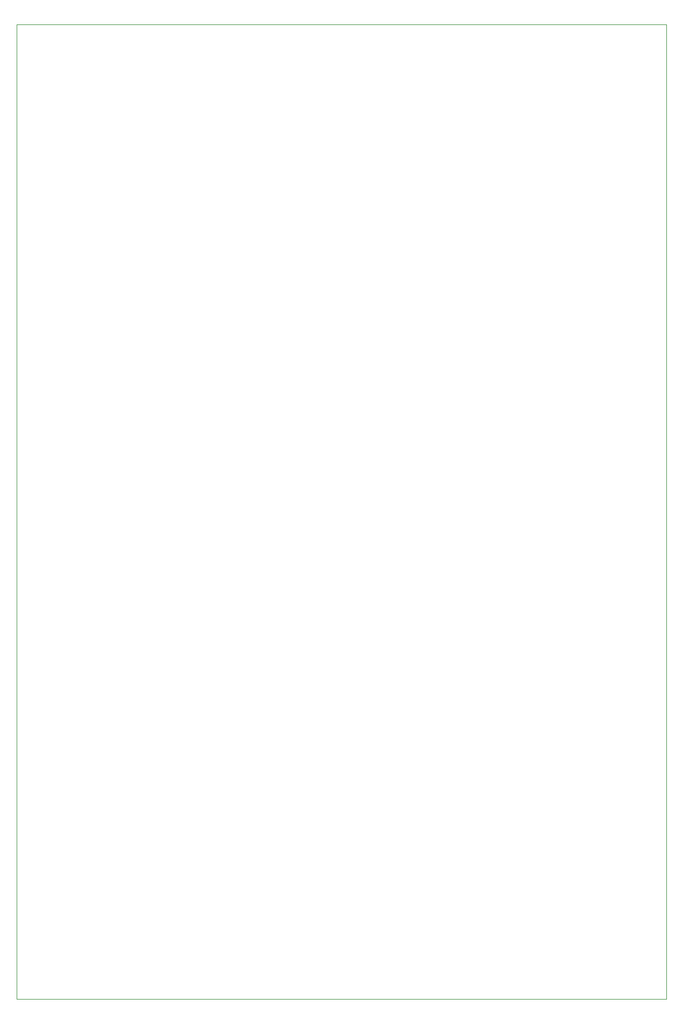
<source format=gko>
G04 #@! TF.FileFunction,Profile,NP*
%FSLAX46Y46*%
G04 Gerber Fmt 4.6, Leading zero omitted, Abs format (unit mm)*
G04 Created by KiCad (PCBNEW 0.201508110901+6083~28~ubuntu14.04.1-product) date mar 18 ago 2015 19:46:52 CEST*
%MOMM*%
G01*
G04 APERTURE LIST*
%ADD10C,0.101600*%
%ADD11C,0.100000*%
G04 APERTURE END LIST*
D10*
D11*
X73025000Y-32385000D02*
X73025000Y-180975000D01*
X172085000Y-32385000D02*
X172085000Y-180975000D01*
X172085000Y-180975000D02*
X73025000Y-180975000D01*
X73025000Y-32385000D02*
X172085000Y-32385000D01*
M02*

</source>
